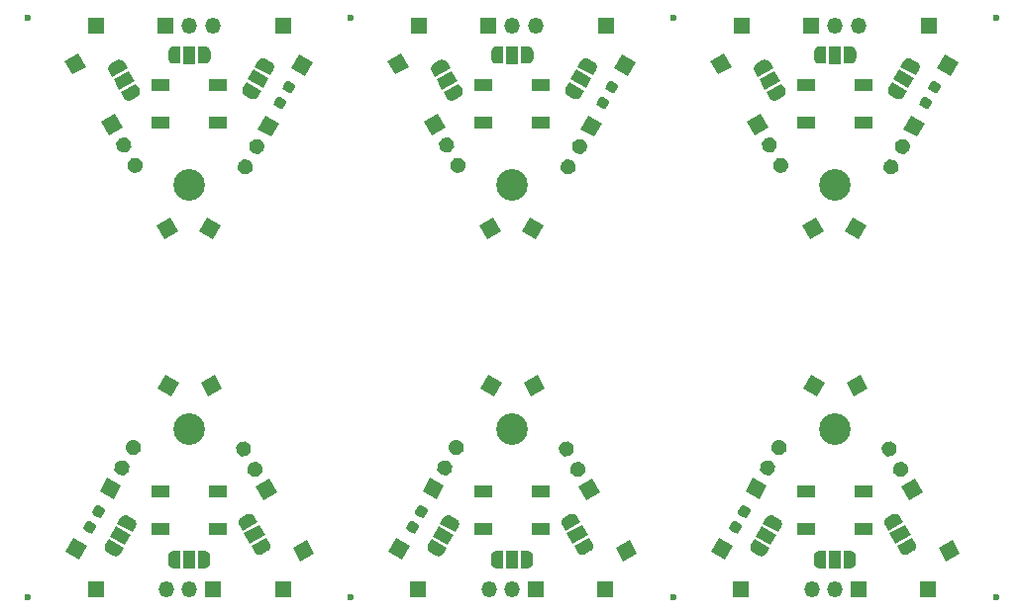
<source format=gts>
G04 #@! TF.GenerationSoftware,KiCad,Pcbnew,(5.1.12)-1*
G04 #@! TF.CreationDate,2023-06-20T10:26:49+09:00*
G04 #@! TF.ProjectId,LED_Sphere_3V-TypeC-Panelized,4c45445f-5370-4686-9572-655f33562d54,rev?*
G04 #@! TF.SameCoordinates,PX5a06e00PY8f0d180*
G04 #@! TF.FileFunction,Soldermask,Top*
G04 #@! TF.FilePolarity,Negative*
%FSLAX46Y46*%
G04 Gerber Fmt 4.6, Leading zero omitted, Abs format (unit mm)*
G04 Created by KiCad (PCBNEW (5.1.12)-1) date 2023-06-20 10:26:49*
%MOMM*%
%LPD*%
G01*
G04 APERTURE LIST*
%ADD10C,0.600000*%
%ADD11R,1.000000X1.500000*%
%ADD12C,0.100000*%
%ADD13O,1.350000X1.350000*%
%ADD14R,1.350000X1.350000*%
%ADD15C,2.700000*%
%ADD16R,1.500000X1.000000*%
G04 APERTURE END LIST*
D10*
X88100000Y21370000D03*
X60500000Y21370000D03*
X32900000Y21370000D03*
X5300000Y21370000D03*
X88100000Y70970000D03*
X60500000Y70970000D03*
X32900000Y70970000D03*
X5300000Y70970000D03*
D11*
X19114000Y67768000D03*
D12*
G36*
X17814000Y67018602D02*
G01*
X17789466Y67018602D01*
X17740635Y67023412D01*
X17692510Y67032984D01*
X17645555Y67047228D01*
X17600222Y67066005D01*
X17556949Y67089136D01*
X17516150Y67116396D01*
X17478221Y67147524D01*
X17443524Y67182221D01*
X17412396Y67220150D01*
X17385136Y67260949D01*
X17362005Y67304222D01*
X17343228Y67349555D01*
X17328984Y67396510D01*
X17319412Y67444635D01*
X17314602Y67493466D01*
X17314602Y67518000D01*
X17314000Y67518000D01*
X17314000Y68018000D01*
X17314602Y68018000D01*
X17314602Y68042534D01*
X17319412Y68091365D01*
X17328984Y68139490D01*
X17343228Y68186445D01*
X17362005Y68231778D01*
X17385136Y68275051D01*
X17412396Y68315850D01*
X17443524Y68353779D01*
X17478221Y68388476D01*
X17516150Y68419604D01*
X17556949Y68446864D01*
X17600222Y68469995D01*
X17645555Y68488772D01*
X17692510Y68503016D01*
X17740635Y68512588D01*
X17789466Y68517398D01*
X17814000Y68517398D01*
X17814000Y68518000D01*
X18364000Y68518000D01*
X18364000Y67018000D01*
X17814000Y67018000D01*
X17814000Y67018602D01*
G37*
G36*
X19864000Y68518000D02*
G01*
X20414000Y68518000D01*
X20414000Y68517398D01*
X20438534Y68517398D01*
X20487365Y68512588D01*
X20535490Y68503016D01*
X20582445Y68488772D01*
X20627778Y68469995D01*
X20671051Y68446864D01*
X20711850Y68419604D01*
X20749779Y68388476D01*
X20784476Y68353779D01*
X20815604Y68315850D01*
X20842864Y68275051D01*
X20865995Y68231778D01*
X20884772Y68186445D01*
X20899016Y68139490D01*
X20908588Y68091365D01*
X20913398Y68042534D01*
X20913398Y68018000D01*
X20914000Y68018000D01*
X20914000Y67518000D01*
X20913398Y67518000D01*
X20913398Y67493466D01*
X20908588Y67444635D01*
X20899016Y67396510D01*
X20884772Y67349555D01*
X20865995Y67304222D01*
X20842864Y67260949D01*
X20815604Y67220150D01*
X20784476Y67182221D01*
X20749779Y67147524D01*
X20711850Y67116396D01*
X20671051Y67089136D01*
X20627778Y67066005D01*
X20582445Y67047228D01*
X20535490Y67032984D01*
X20487365Y67023412D01*
X20438534Y67018602D01*
X20414000Y67018602D01*
X20414000Y67018000D01*
X19864000Y67018000D01*
X19864000Y68518000D01*
G37*
D11*
X46714000Y67768000D03*
D12*
G36*
X45414000Y67018602D02*
G01*
X45389466Y67018602D01*
X45340635Y67023412D01*
X45292510Y67032984D01*
X45245555Y67047228D01*
X45200222Y67066005D01*
X45156949Y67089136D01*
X45116150Y67116396D01*
X45078221Y67147524D01*
X45043524Y67182221D01*
X45012396Y67220150D01*
X44985136Y67260949D01*
X44962005Y67304222D01*
X44943228Y67349555D01*
X44928984Y67396510D01*
X44919412Y67444635D01*
X44914602Y67493466D01*
X44914602Y67518000D01*
X44914000Y67518000D01*
X44914000Y68018000D01*
X44914602Y68018000D01*
X44914602Y68042534D01*
X44919412Y68091365D01*
X44928984Y68139490D01*
X44943228Y68186445D01*
X44962005Y68231778D01*
X44985136Y68275051D01*
X45012396Y68315850D01*
X45043524Y68353779D01*
X45078221Y68388476D01*
X45116150Y68419604D01*
X45156949Y68446864D01*
X45200222Y68469995D01*
X45245555Y68488772D01*
X45292510Y68503016D01*
X45340635Y68512588D01*
X45389466Y68517398D01*
X45414000Y68517398D01*
X45414000Y68518000D01*
X45964000Y68518000D01*
X45964000Y67018000D01*
X45414000Y67018000D01*
X45414000Y67018602D01*
G37*
G36*
X47464000Y68518000D02*
G01*
X48014000Y68518000D01*
X48014000Y68517398D01*
X48038534Y68517398D01*
X48087365Y68512588D01*
X48135490Y68503016D01*
X48182445Y68488772D01*
X48227778Y68469995D01*
X48271051Y68446864D01*
X48311850Y68419604D01*
X48349779Y68388476D01*
X48384476Y68353779D01*
X48415604Y68315850D01*
X48442864Y68275051D01*
X48465995Y68231778D01*
X48484772Y68186445D01*
X48499016Y68139490D01*
X48508588Y68091365D01*
X48513398Y68042534D01*
X48513398Y68018000D01*
X48514000Y68018000D01*
X48514000Y67518000D01*
X48513398Y67518000D01*
X48513398Y67493466D01*
X48508588Y67444635D01*
X48499016Y67396510D01*
X48484772Y67349555D01*
X48465995Y67304222D01*
X48442864Y67260949D01*
X48415604Y67220150D01*
X48384476Y67182221D01*
X48349779Y67147524D01*
X48311850Y67116396D01*
X48271051Y67089136D01*
X48227778Y67066005D01*
X48182445Y67047228D01*
X48135490Y67032984D01*
X48087365Y67023412D01*
X48038534Y67018602D01*
X48014000Y67018602D01*
X48014000Y67018000D01*
X47464000Y67018000D01*
X47464000Y68518000D01*
G37*
D11*
X74314000Y67768000D03*
D12*
G36*
X73014000Y67018602D02*
G01*
X72989466Y67018602D01*
X72940635Y67023412D01*
X72892510Y67032984D01*
X72845555Y67047228D01*
X72800222Y67066005D01*
X72756949Y67089136D01*
X72716150Y67116396D01*
X72678221Y67147524D01*
X72643524Y67182221D01*
X72612396Y67220150D01*
X72585136Y67260949D01*
X72562005Y67304222D01*
X72543228Y67349555D01*
X72528984Y67396510D01*
X72519412Y67444635D01*
X72514602Y67493466D01*
X72514602Y67518000D01*
X72514000Y67518000D01*
X72514000Y68018000D01*
X72514602Y68018000D01*
X72514602Y68042534D01*
X72519412Y68091365D01*
X72528984Y68139490D01*
X72543228Y68186445D01*
X72562005Y68231778D01*
X72585136Y68275051D01*
X72612396Y68315850D01*
X72643524Y68353779D01*
X72678221Y68388476D01*
X72716150Y68419604D01*
X72756949Y68446864D01*
X72800222Y68469995D01*
X72845555Y68488772D01*
X72892510Y68503016D01*
X72940635Y68512588D01*
X72989466Y68517398D01*
X73014000Y68517398D01*
X73014000Y68518000D01*
X73564000Y68518000D01*
X73564000Y67018000D01*
X73014000Y67018000D01*
X73014000Y67018602D01*
G37*
G36*
X75064000Y68518000D02*
G01*
X75614000Y68518000D01*
X75614000Y68517398D01*
X75638534Y68517398D01*
X75687365Y68512588D01*
X75735490Y68503016D01*
X75782445Y68488772D01*
X75827778Y68469995D01*
X75871051Y68446864D01*
X75911850Y68419604D01*
X75949779Y68388476D01*
X75984476Y68353779D01*
X76015604Y68315850D01*
X76042864Y68275051D01*
X76065995Y68231778D01*
X76084772Y68186445D01*
X76099016Y68139490D01*
X76108588Y68091365D01*
X76113398Y68042534D01*
X76113398Y68018000D01*
X76114000Y68018000D01*
X76114000Y67518000D01*
X76113398Y67518000D01*
X76113398Y67493466D01*
X76108588Y67444635D01*
X76099016Y67396510D01*
X76084772Y67349555D01*
X76065995Y67304222D01*
X76042864Y67260949D01*
X76015604Y67220150D01*
X75984476Y67182221D01*
X75949779Y67147524D01*
X75911850Y67116396D01*
X75871051Y67089136D01*
X75827778Y67066005D01*
X75782445Y67047228D01*
X75735490Y67032984D01*
X75687365Y67023412D01*
X75638534Y67018602D01*
X75614000Y67018602D01*
X75614000Y67018000D01*
X75064000Y67018000D01*
X75064000Y68518000D01*
G37*
D11*
X74286000Y24572000D03*
D12*
G36*
X75586000Y25321398D02*
G01*
X75610534Y25321398D01*
X75659365Y25316588D01*
X75707490Y25307016D01*
X75754445Y25292772D01*
X75799778Y25273995D01*
X75843051Y25250864D01*
X75883850Y25223604D01*
X75921779Y25192476D01*
X75956476Y25157779D01*
X75987604Y25119850D01*
X76014864Y25079051D01*
X76037995Y25035778D01*
X76056772Y24990445D01*
X76071016Y24943490D01*
X76080588Y24895365D01*
X76085398Y24846534D01*
X76085398Y24822000D01*
X76086000Y24822000D01*
X76086000Y24322000D01*
X76085398Y24322000D01*
X76085398Y24297466D01*
X76080588Y24248635D01*
X76071016Y24200510D01*
X76056772Y24153555D01*
X76037995Y24108222D01*
X76014864Y24064949D01*
X75987604Y24024150D01*
X75956476Y23986221D01*
X75921779Y23951524D01*
X75883850Y23920396D01*
X75843051Y23893136D01*
X75799778Y23870005D01*
X75754445Y23851228D01*
X75707490Y23836984D01*
X75659365Y23827412D01*
X75610534Y23822602D01*
X75586000Y23822602D01*
X75586000Y23822000D01*
X75036000Y23822000D01*
X75036000Y25322000D01*
X75586000Y25322000D01*
X75586000Y25321398D01*
G37*
G36*
X73536000Y23822000D02*
G01*
X72986000Y23822000D01*
X72986000Y23822602D01*
X72961466Y23822602D01*
X72912635Y23827412D01*
X72864510Y23836984D01*
X72817555Y23851228D01*
X72772222Y23870005D01*
X72728949Y23893136D01*
X72688150Y23920396D01*
X72650221Y23951524D01*
X72615524Y23986221D01*
X72584396Y24024150D01*
X72557136Y24064949D01*
X72534005Y24108222D01*
X72515228Y24153555D01*
X72500984Y24200510D01*
X72491412Y24248635D01*
X72486602Y24297466D01*
X72486602Y24322000D01*
X72486000Y24322000D01*
X72486000Y24822000D01*
X72486602Y24822000D01*
X72486602Y24846534D01*
X72491412Y24895365D01*
X72500984Y24943490D01*
X72515228Y24990445D01*
X72534005Y25035778D01*
X72557136Y25079051D01*
X72584396Y25119850D01*
X72615524Y25157779D01*
X72650221Y25192476D01*
X72688150Y25223604D01*
X72728949Y25250864D01*
X72772222Y25273995D01*
X72817555Y25292772D01*
X72864510Y25307016D01*
X72912635Y25316588D01*
X72961466Y25321398D01*
X72986000Y25321398D01*
X72986000Y25322000D01*
X73536000Y25322000D01*
X73536000Y23822000D01*
G37*
D11*
X46686000Y24572000D03*
D12*
G36*
X47986000Y25321398D02*
G01*
X48010534Y25321398D01*
X48059365Y25316588D01*
X48107490Y25307016D01*
X48154445Y25292772D01*
X48199778Y25273995D01*
X48243051Y25250864D01*
X48283850Y25223604D01*
X48321779Y25192476D01*
X48356476Y25157779D01*
X48387604Y25119850D01*
X48414864Y25079051D01*
X48437995Y25035778D01*
X48456772Y24990445D01*
X48471016Y24943490D01*
X48480588Y24895365D01*
X48485398Y24846534D01*
X48485398Y24822000D01*
X48486000Y24822000D01*
X48486000Y24322000D01*
X48485398Y24322000D01*
X48485398Y24297466D01*
X48480588Y24248635D01*
X48471016Y24200510D01*
X48456772Y24153555D01*
X48437995Y24108222D01*
X48414864Y24064949D01*
X48387604Y24024150D01*
X48356476Y23986221D01*
X48321779Y23951524D01*
X48283850Y23920396D01*
X48243051Y23893136D01*
X48199778Y23870005D01*
X48154445Y23851228D01*
X48107490Y23836984D01*
X48059365Y23827412D01*
X48010534Y23822602D01*
X47986000Y23822602D01*
X47986000Y23822000D01*
X47436000Y23822000D01*
X47436000Y25322000D01*
X47986000Y25322000D01*
X47986000Y25321398D01*
G37*
G36*
X45936000Y23822000D02*
G01*
X45386000Y23822000D01*
X45386000Y23822602D01*
X45361466Y23822602D01*
X45312635Y23827412D01*
X45264510Y23836984D01*
X45217555Y23851228D01*
X45172222Y23870005D01*
X45128949Y23893136D01*
X45088150Y23920396D01*
X45050221Y23951524D01*
X45015524Y23986221D01*
X44984396Y24024150D01*
X44957136Y24064949D01*
X44934005Y24108222D01*
X44915228Y24153555D01*
X44900984Y24200510D01*
X44891412Y24248635D01*
X44886602Y24297466D01*
X44886602Y24322000D01*
X44886000Y24322000D01*
X44886000Y24822000D01*
X44886602Y24822000D01*
X44886602Y24846534D01*
X44891412Y24895365D01*
X44900984Y24943490D01*
X44915228Y24990445D01*
X44934005Y25035778D01*
X44957136Y25079051D01*
X44984396Y25119850D01*
X45015524Y25157779D01*
X45050221Y25192476D01*
X45088150Y25223604D01*
X45128949Y25250864D01*
X45172222Y25273995D01*
X45217555Y25292772D01*
X45264510Y25307016D01*
X45312635Y25316588D01*
X45361466Y25321398D01*
X45386000Y25321398D01*
X45386000Y25322000D01*
X45936000Y25322000D01*
X45936000Y23822000D01*
G37*
G36*
G01*
X23298823Y58514056D02*
X23298823Y58514056D01*
G75*
G02*
X24217803Y58772370I588647J-330333D01*
G01*
X24217803Y58772370D01*
G75*
G02*
X24476117Y57853390I-330333J-588647D01*
G01*
X24476117Y57853390D01*
G75*
G02*
X23557137Y57595076I-588647J330333D01*
G01*
X23557137Y57595076D01*
G75*
G02*
X23298823Y58514056I330333J588647D01*
G01*
G37*
G36*
G01*
X24277588Y60258194D02*
X24277588Y60258194D01*
G75*
G02*
X25196568Y60516508I588647J-330333D01*
G01*
X25196568Y60516508D01*
G75*
G02*
X25454882Y59597528I-330333J-588647D01*
G01*
X25454882Y59597528D01*
G75*
G02*
X24535902Y59339214I-588647J330333D01*
G01*
X24535902Y59339214D01*
G75*
G02*
X24277588Y60258194I330333J588647D01*
G01*
G37*
G36*
X24926020Y61413686D02*
G01*
X25586686Y62590980D01*
X26763980Y61930314D01*
X26103314Y60753020D01*
X24926020Y61413686D01*
G37*
G36*
G01*
X50898823Y58514056D02*
X50898823Y58514056D01*
G75*
G02*
X51817803Y58772370I588647J-330333D01*
G01*
X51817803Y58772370D01*
G75*
G02*
X52076117Y57853390I-330333J-588647D01*
G01*
X52076117Y57853390D01*
G75*
G02*
X51157137Y57595076I-588647J330333D01*
G01*
X51157137Y57595076D01*
G75*
G02*
X50898823Y58514056I330333J588647D01*
G01*
G37*
G36*
G01*
X51877588Y60258194D02*
X51877588Y60258194D01*
G75*
G02*
X52796568Y60516508I588647J-330333D01*
G01*
X52796568Y60516508D01*
G75*
G02*
X53054882Y59597528I-330333J-588647D01*
G01*
X53054882Y59597528D01*
G75*
G02*
X52135902Y59339214I-588647J330333D01*
G01*
X52135902Y59339214D01*
G75*
G02*
X51877588Y60258194I330333J588647D01*
G01*
G37*
G36*
X52526020Y61413686D02*
G01*
X53186686Y62590980D01*
X54363980Y61930314D01*
X53703314Y60753020D01*
X52526020Y61413686D01*
G37*
G36*
G01*
X78498823Y58514056D02*
X78498823Y58514056D01*
G75*
G02*
X79417803Y58772370I588647J-330333D01*
G01*
X79417803Y58772370D01*
G75*
G02*
X79676117Y57853390I-330333J-588647D01*
G01*
X79676117Y57853390D01*
G75*
G02*
X78757137Y57595076I-588647J330333D01*
G01*
X78757137Y57595076D01*
G75*
G02*
X78498823Y58514056I330333J588647D01*
G01*
G37*
G36*
G01*
X79477588Y60258194D02*
X79477588Y60258194D01*
G75*
G02*
X80396568Y60516508I588647J-330333D01*
G01*
X80396568Y60516508D01*
G75*
G02*
X80654882Y59597528I-330333J-588647D01*
G01*
X80654882Y59597528D01*
G75*
G02*
X79735902Y59339214I-588647J330333D01*
G01*
X79735902Y59339214D01*
G75*
G02*
X79477588Y60258194I330333J588647D01*
G01*
G37*
G36*
X80126020Y61413686D02*
G01*
X80786686Y62590980D01*
X81963980Y61930314D01*
X81303314Y60753020D01*
X80126020Y61413686D01*
G37*
G36*
G01*
X70101177Y33825944D02*
X70101177Y33825944D01*
G75*
G02*
X69182197Y33567630I-588647J330333D01*
G01*
X69182197Y33567630D01*
G75*
G02*
X68923883Y34486610I330333J588647D01*
G01*
X68923883Y34486610D01*
G75*
G02*
X69842863Y34744924I588647J-330333D01*
G01*
X69842863Y34744924D01*
G75*
G02*
X70101177Y33825944I-330333J-588647D01*
G01*
G37*
G36*
G01*
X69122412Y32081806D02*
X69122412Y32081806D01*
G75*
G02*
X68203432Y31823492I-588647J330333D01*
G01*
X68203432Y31823492D01*
G75*
G02*
X67945118Y32742472I330333J588647D01*
G01*
X67945118Y32742472D01*
G75*
G02*
X68864098Y33000786I588647J-330333D01*
G01*
X68864098Y33000786D01*
G75*
G02*
X69122412Y32081806I-330333J-588647D01*
G01*
G37*
G36*
X68473980Y30926314D02*
G01*
X67813314Y29749020D01*
X66636020Y30409686D01*
X67296686Y31586980D01*
X68473980Y30926314D01*
G37*
G36*
G01*
X42501177Y33825944D02*
X42501177Y33825944D01*
G75*
G02*
X41582197Y33567630I-588647J330333D01*
G01*
X41582197Y33567630D01*
G75*
G02*
X41323883Y34486610I330333J588647D01*
G01*
X41323883Y34486610D01*
G75*
G02*
X42242863Y34744924I588647J-330333D01*
G01*
X42242863Y34744924D01*
G75*
G02*
X42501177Y33825944I-330333J-588647D01*
G01*
G37*
G36*
G01*
X41522412Y32081806D02*
X41522412Y32081806D01*
G75*
G02*
X40603432Y31823492I-588647J330333D01*
G01*
X40603432Y31823492D01*
G75*
G02*
X40345118Y32742472I330333J588647D01*
G01*
X40345118Y32742472D01*
G75*
G02*
X41264098Y33000786I588647J-330333D01*
G01*
X41264098Y33000786D01*
G75*
G02*
X41522412Y32081806I-330333J-588647D01*
G01*
G37*
G36*
X40873980Y30926314D02*
G01*
X40213314Y29749020D01*
X39036020Y30409686D01*
X39696686Y31586980D01*
X40873980Y30926314D01*
G37*
G36*
X24576639Y66539071D02*
G01*
X25884743Y65804998D01*
X25395361Y64932929D01*
X24087257Y65667002D01*
X24576639Y66539071D01*
G37*
G36*
X25003330Y64235568D02*
G01*
X24991323Y64214172D01*
X24963232Y64173942D01*
X24931333Y64136658D01*
X24895932Y64102681D01*
X24857372Y64072337D01*
X24816023Y64045920D01*
X24772284Y64023681D01*
X24726577Y64005837D01*
X24679338Y63992559D01*
X24631028Y63983975D01*
X24582108Y63980169D01*
X24533051Y63981174D01*
X24484328Y63986985D01*
X24436410Y63997542D01*
X24389757Y64012746D01*
X24344819Y64032448D01*
X24323424Y64044455D01*
X24323129Y64043930D01*
X23887094Y64288621D01*
X23887389Y64289146D01*
X23865994Y64301152D01*
X23825764Y64329244D01*
X23788480Y64361143D01*
X23754502Y64396544D01*
X23724158Y64435104D01*
X23697741Y64476453D01*
X23675502Y64520192D01*
X23657659Y64565899D01*
X23644381Y64613138D01*
X23635797Y64661448D01*
X23631990Y64710368D01*
X23632996Y64759425D01*
X23638806Y64808147D01*
X23649363Y64856066D01*
X23664567Y64902719D01*
X23684270Y64947657D01*
X23696276Y64969052D01*
X23695751Y64969347D01*
X23964911Y65448985D01*
X25273015Y64714911D01*
X25003855Y64235273D01*
X25003330Y64235568D01*
G37*
G36*
X24698985Y66757089D02*
G01*
X24968145Y67236727D01*
X24968670Y67236432D01*
X24980677Y67257828D01*
X25008768Y67298058D01*
X25040667Y67335342D01*
X25076068Y67369319D01*
X25114628Y67399663D01*
X25155977Y67426080D01*
X25199716Y67448319D01*
X25245423Y67466163D01*
X25292662Y67479441D01*
X25340972Y67488025D01*
X25389892Y67491831D01*
X25438949Y67490826D01*
X25487672Y67485015D01*
X25535590Y67474458D01*
X25582243Y67459254D01*
X25627181Y67439552D01*
X25648576Y67427545D01*
X25648871Y67428070D01*
X26084906Y67183379D01*
X26084611Y67182854D01*
X26106006Y67170848D01*
X26146236Y67142756D01*
X26183520Y67110857D01*
X26217498Y67075456D01*
X26247842Y67036896D01*
X26274259Y66995547D01*
X26296498Y66951808D01*
X26314341Y66906101D01*
X26327619Y66858862D01*
X26336203Y66810552D01*
X26340010Y66761632D01*
X26339004Y66712575D01*
X26333194Y66663853D01*
X26322637Y66615934D01*
X26307433Y66569281D01*
X26287730Y66524343D01*
X26275724Y66502948D01*
X26276249Y66502653D01*
X26007089Y66023015D01*
X24698985Y66757089D01*
G37*
G36*
X52176639Y66539071D02*
G01*
X53484743Y65804998D01*
X52995361Y64932929D01*
X51687257Y65667002D01*
X52176639Y66539071D01*
G37*
G36*
X52603330Y64235568D02*
G01*
X52591323Y64214172D01*
X52563232Y64173942D01*
X52531333Y64136658D01*
X52495932Y64102681D01*
X52457372Y64072337D01*
X52416023Y64045920D01*
X52372284Y64023681D01*
X52326577Y64005837D01*
X52279338Y63992559D01*
X52231028Y63983975D01*
X52182108Y63980169D01*
X52133051Y63981174D01*
X52084328Y63986985D01*
X52036410Y63997542D01*
X51989757Y64012746D01*
X51944819Y64032448D01*
X51923424Y64044455D01*
X51923129Y64043930D01*
X51487094Y64288621D01*
X51487389Y64289146D01*
X51465994Y64301152D01*
X51425764Y64329244D01*
X51388480Y64361143D01*
X51354502Y64396544D01*
X51324158Y64435104D01*
X51297741Y64476453D01*
X51275502Y64520192D01*
X51257659Y64565899D01*
X51244381Y64613138D01*
X51235797Y64661448D01*
X51231990Y64710368D01*
X51232996Y64759425D01*
X51238806Y64808147D01*
X51249363Y64856066D01*
X51264567Y64902719D01*
X51284270Y64947657D01*
X51296276Y64969052D01*
X51295751Y64969347D01*
X51564911Y65448985D01*
X52873015Y64714911D01*
X52603855Y64235273D01*
X52603330Y64235568D01*
G37*
G36*
X52298985Y66757089D02*
G01*
X52568145Y67236727D01*
X52568670Y67236432D01*
X52580677Y67257828D01*
X52608768Y67298058D01*
X52640667Y67335342D01*
X52676068Y67369319D01*
X52714628Y67399663D01*
X52755977Y67426080D01*
X52799716Y67448319D01*
X52845423Y67466163D01*
X52892662Y67479441D01*
X52940972Y67488025D01*
X52989892Y67491831D01*
X53038949Y67490826D01*
X53087672Y67485015D01*
X53135590Y67474458D01*
X53182243Y67459254D01*
X53227181Y67439552D01*
X53248576Y67427545D01*
X53248871Y67428070D01*
X53684906Y67183379D01*
X53684611Y67182854D01*
X53706006Y67170848D01*
X53746236Y67142756D01*
X53783520Y67110857D01*
X53817498Y67075456D01*
X53847842Y67036896D01*
X53874259Y66995547D01*
X53896498Y66951808D01*
X53914341Y66906101D01*
X53927619Y66858862D01*
X53936203Y66810552D01*
X53940010Y66761632D01*
X53939004Y66712575D01*
X53933194Y66663853D01*
X53922637Y66615934D01*
X53907433Y66569281D01*
X53887730Y66524343D01*
X53875724Y66502948D01*
X53876249Y66502653D01*
X53607089Y66023015D01*
X52298985Y66757089D01*
G37*
G36*
X79776639Y66539071D02*
G01*
X81084743Y65804998D01*
X80595361Y64932929D01*
X79287257Y65667002D01*
X79776639Y66539071D01*
G37*
G36*
X80203330Y64235568D02*
G01*
X80191323Y64214172D01*
X80163232Y64173942D01*
X80131333Y64136658D01*
X80095932Y64102681D01*
X80057372Y64072337D01*
X80016023Y64045920D01*
X79972284Y64023681D01*
X79926577Y64005837D01*
X79879338Y63992559D01*
X79831028Y63983975D01*
X79782108Y63980169D01*
X79733051Y63981174D01*
X79684328Y63986985D01*
X79636410Y63997542D01*
X79589757Y64012746D01*
X79544819Y64032448D01*
X79523424Y64044455D01*
X79523129Y64043930D01*
X79087094Y64288621D01*
X79087389Y64289146D01*
X79065994Y64301152D01*
X79025764Y64329244D01*
X78988480Y64361143D01*
X78954502Y64396544D01*
X78924158Y64435104D01*
X78897741Y64476453D01*
X78875502Y64520192D01*
X78857659Y64565899D01*
X78844381Y64613138D01*
X78835797Y64661448D01*
X78831990Y64710368D01*
X78832996Y64759425D01*
X78838806Y64808147D01*
X78849363Y64856066D01*
X78864567Y64902719D01*
X78884270Y64947657D01*
X78896276Y64969052D01*
X78895751Y64969347D01*
X79164911Y65448985D01*
X80473015Y64714911D01*
X80203855Y64235273D01*
X80203330Y64235568D01*
G37*
G36*
X79898985Y66757089D02*
G01*
X80168145Y67236727D01*
X80168670Y67236432D01*
X80180677Y67257828D01*
X80208768Y67298058D01*
X80240667Y67335342D01*
X80276068Y67369319D01*
X80314628Y67399663D01*
X80355977Y67426080D01*
X80399716Y67448319D01*
X80445423Y67466163D01*
X80492662Y67479441D01*
X80540972Y67488025D01*
X80589892Y67491831D01*
X80638949Y67490826D01*
X80687672Y67485015D01*
X80735590Y67474458D01*
X80782243Y67459254D01*
X80827181Y67439552D01*
X80848576Y67427545D01*
X80848871Y67428070D01*
X81284906Y67183379D01*
X81284611Y67182854D01*
X81306006Y67170848D01*
X81346236Y67142756D01*
X81383520Y67110857D01*
X81417498Y67075456D01*
X81447842Y67036896D01*
X81474259Y66995547D01*
X81496498Y66951808D01*
X81514341Y66906101D01*
X81527619Y66858862D01*
X81536203Y66810552D01*
X81540010Y66761632D01*
X81539004Y66712575D01*
X81533194Y66663853D01*
X81522637Y66615934D01*
X81507433Y66569281D01*
X81487730Y66524343D01*
X81475724Y66502948D01*
X81476249Y66502653D01*
X81207089Y66023015D01*
X79898985Y66757089D01*
G37*
G36*
X68823361Y25800929D02*
G01*
X67515257Y26535002D01*
X68004639Y27407071D01*
X69312743Y26672998D01*
X68823361Y25800929D01*
G37*
G36*
X68396670Y28104432D02*
G01*
X68408677Y28125828D01*
X68436768Y28166058D01*
X68468667Y28203342D01*
X68504068Y28237319D01*
X68542628Y28267663D01*
X68583977Y28294080D01*
X68627716Y28316319D01*
X68673423Y28334163D01*
X68720662Y28347441D01*
X68768972Y28356025D01*
X68817892Y28359831D01*
X68866949Y28358826D01*
X68915672Y28353015D01*
X68963590Y28342458D01*
X69010243Y28327254D01*
X69055181Y28307552D01*
X69076576Y28295545D01*
X69076871Y28296070D01*
X69512906Y28051379D01*
X69512611Y28050854D01*
X69534006Y28038848D01*
X69574236Y28010756D01*
X69611520Y27978857D01*
X69645498Y27943456D01*
X69675842Y27904896D01*
X69702259Y27863547D01*
X69724498Y27819808D01*
X69742341Y27774101D01*
X69755619Y27726862D01*
X69764203Y27678552D01*
X69768010Y27629632D01*
X69767004Y27580575D01*
X69761194Y27531853D01*
X69750637Y27483934D01*
X69735433Y27437281D01*
X69715730Y27392343D01*
X69703724Y27370948D01*
X69704249Y27370653D01*
X69435089Y26891015D01*
X68126985Y27625089D01*
X68396145Y28104727D01*
X68396670Y28104432D01*
G37*
G36*
X68701015Y25582911D02*
G01*
X68431855Y25103273D01*
X68431330Y25103568D01*
X68419323Y25082172D01*
X68391232Y25041942D01*
X68359333Y25004658D01*
X68323932Y24970681D01*
X68285372Y24940337D01*
X68244023Y24913920D01*
X68200284Y24891681D01*
X68154577Y24873837D01*
X68107338Y24860559D01*
X68059028Y24851975D01*
X68010108Y24848169D01*
X67961051Y24849174D01*
X67912328Y24854985D01*
X67864410Y24865542D01*
X67817757Y24880746D01*
X67772819Y24900448D01*
X67751424Y24912455D01*
X67751129Y24911930D01*
X67315094Y25156621D01*
X67315389Y25157146D01*
X67293994Y25169152D01*
X67253764Y25197244D01*
X67216480Y25229143D01*
X67182502Y25264544D01*
X67152158Y25303104D01*
X67125741Y25344453D01*
X67103502Y25388192D01*
X67085659Y25433899D01*
X67072381Y25481138D01*
X67063797Y25529448D01*
X67059990Y25578368D01*
X67060996Y25627425D01*
X67066806Y25676147D01*
X67077363Y25724066D01*
X67092567Y25770719D01*
X67112270Y25815657D01*
X67124276Y25837052D01*
X67123751Y25837347D01*
X67392911Y26316985D01*
X68701015Y25582911D01*
G37*
G36*
X41223361Y25800929D02*
G01*
X39915257Y26535002D01*
X40404639Y27407071D01*
X41712743Y26672998D01*
X41223361Y25800929D01*
G37*
G36*
X40796670Y28104432D02*
G01*
X40808677Y28125828D01*
X40836768Y28166058D01*
X40868667Y28203342D01*
X40904068Y28237319D01*
X40942628Y28267663D01*
X40983977Y28294080D01*
X41027716Y28316319D01*
X41073423Y28334163D01*
X41120662Y28347441D01*
X41168972Y28356025D01*
X41217892Y28359831D01*
X41266949Y28358826D01*
X41315672Y28353015D01*
X41363590Y28342458D01*
X41410243Y28327254D01*
X41455181Y28307552D01*
X41476576Y28295545D01*
X41476871Y28296070D01*
X41912906Y28051379D01*
X41912611Y28050854D01*
X41934006Y28038848D01*
X41974236Y28010756D01*
X42011520Y27978857D01*
X42045498Y27943456D01*
X42075842Y27904896D01*
X42102259Y27863547D01*
X42124498Y27819808D01*
X42142341Y27774101D01*
X42155619Y27726862D01*
X42164203Y27678552D01*
X42168010Y27629632D01*
X42167004Y27580575D01*
X42161194Y27531853D01*
X42150637Y27483934D01*
X42135433Y27437281D01*
X42115730Y27392343D01*
X42103724Y27370948D01*
X42104249Y27370653D01*
X41835089Y26891015D01*
X40526985Y27625089D01*
X40796145Y28104727D01*
X40796670Y28104432D01*
G37*
G36*
X41101015Y25582911D02*
G01*
X40831855Y25103273D01*
X40831330Y25103568D01*
X40819323Y25082172D01*
X40791232Y25041942D01*
X40759333Y25004658D01*
X40723932Y24970681D01*
X40685372Y24940337D01*
X40644023Y24913920D01*
X40600284Y24891681D01*
X40554577Y24873837D01*
X40507338Y24860559D01*
X40459028Y24851975D01*
X40410108Y24848169D01*
X40361051Y24849174D01*
X40312328Y24854985D01*
X40264410Y24865542D01*
X40217757Y24880746D01*
X40172819Y24900448D01*
X40151424Y24912455D01*
X40151129Y24911930D01*
X39715094Y25156621D01*
X39715389Y25157146D01*
X39693994Y25169152D01*
X39653764Y25197244D01*
X39616480Y25229143D01*
X39582502Y25264544D01*
X39552158Y25303104D01*
X39525741Y25344453D01*
X39503502Y25388192D01*
X39485659Y25433899D01*
X39472381Y25481138D01*
X39463797Y25529448D01*
X39459990Y25578368D01*
X39460996Y25627425D01*
X39466806Y25676147D01*
X39477363Y25724066D01*
X39492567Y25770719D01*
X39512270Y25815657D01*
X39524276Y25837052D01*
X39523751Y25837347D01*
X39792911Y26316985D01*
X41101015Y25582911D01*
G37*
G36*
G01*
X27619066Y64500077D02*
X27183032Y64744768D01*
G75*
G02*
X27096927Y65051095I110111J196216D01*
G01*
X27317149Y65443526D01*
G75*
G02*
X27623476Y65529631I196216J-110111D01*
G01*
X28059510Y65284940D01*
G75*
G02*
X28145615Y64978613I-110111J-196216D01*
G01*
X27925393Y64586182D01*
G75*
G02*
X27619066Y64500077I-196216J110111D01*
G01*
G37*
G36*
G01*
X26860524Y63148369D02*
X26424490Y63393060D01*
G75*
G02*
X26338385Y63699387I110111J196216D01*
G01*
X26558607Y64091818D01*
G75*
G02*
X26864934Y64177923I196216J-110111D01*
G01*
X27300968Y63933232D01*
G75*
G02*
X27387073Y63626905I-110111J-196216D01*
G01*
X27166851Y63234474D01*
G75*
G02*
X26860524Y63148369I-196216J110111D01*
G01*
G37*
G36*
G01*
X55219066Y64500077D02*
X54783032Y64744768D01*
G75*
G02*
X54696927Y65051095I110111J196216D01*
G01*
X54917149Y65443526D01*
G75*
G02*
X55223476Y65529631I196216J-110111D01*
G01*
X55659510Y65284940D01*
G75*
G02*
X55745615Y64978613I-110111J-196216D01*
G01*
X55525393Y64586182D01*
G75*
G02*
X55219066Y64500077I-196216J110111D01*
G01*
G37*
G36*
G01*
X54460524Y63148369D02*
X54024490Y63393060D01*
G75*
G02*
X53938385Y63699387I110111J196216D01*
G01*
X54158607Y64091818D01*
G75*
G02*
X54464934Y64177923I196216J-110111D01*
G01*
X54900968Y63933232D01*
G75*
G02*
X54987073Y63626905I-110111J-196216D01*
G01*
X54766851Y63234474D01*
G75*
G02*
X54460524Y63148369I-196216J110111D01*
G01*
G37*
G36*
G01*
X82819066Y64500077D02*
X82383032Y64744768D01*
G75*
G02*
X82296927Y65051095I110111J196216D01*
G01*
X82517149Y65443526D01*
G75*
G02*
X82823476Y65529631I196216J-110111D01*
G01*
X83259510Y65284940D01*
G75*
G02*
X83345615Y64978613I-110111J-196216D01*
G01*
X83125393Y64586182D01*
G75*
G02*
X82819066Y64500077I-196216J110111D01*
G01*
G37*
G36*
G01*
X82060524Y63148369D02*
X81624490Y63393060D01*
G75*
G02*
X81538385Y63699387I110111J196216D01*
G01*
X81758607Y64091818D01*
G75*
G02*
X82064934Y64177923I196216J-110111D01*
G01*
X82500968Y63933232D01*
G75*
G02*
X82587073Y63626905I-110111J-196216D01*
G01*
X82366851Y63234474D01*
G75*
G02*
X82060524Y63148369I-196216J110111D01*
G01*
G37*
G36*
G01*
X65780934Y27839923D02*
X66216968Y27595232D01*
G75*
G02*
X66303073Y27288905I-110111J-196216D01*
G01*
X66082851Y26896474D01*
G75*
G02*
X65776524Y26810369I-196216J110111D01*
G01*
X65340490Y27055060D01*
G75*
G02*
X65254385Y27361387I110111J196216D01*
G01*
X65474607Y27753818D01*
G75*
G02*
X65780934Y27839923I196216J-110111D01*
G01*
G37*
G36*
G01*
X66539476Y29191631D02*
X66975510Y28946940D01*
G75*
G02*
X67061615Y28640613I-110111J-196216D01*
G01*
X66841393Y28248182D01*
G75*
G02*
X66535066Y28162077I-196216J110111D01*
G01*
X66099032Y28406768D01*
G75*
G02*
X66012927Y28713095I110111J196216D01*
G01*
X66233149Y29105526D01*
G75*
G02*
X66539476Y29191631I196216J-110111D01*
G01*
G37*
G36*
G01*
X38180934Y27839923D02*
X38616968Y27595232D01*
G75*
G02*
X38703073Y27288905I-110111J-196216D01*
G01*
X38482851Y26896474D01*
G75*
G02*
X38176524Y26810369I-196216J110111D01*
G01*
X37740490Y27055060D01*
G75*
G02*
X37654385Y27361387I110111J196216D01*
G01*
X37874607Y27753818D01*
G75*
G02*
X38180934Y27839923I196216J-110111D01*
G01*
G37*
G36*
G01*
X38939476Y29191631D02*
X39375510Y28946940D01*
G75*
G02*
X39461615Y28640613I-110111J-196216D01*
G01*
X39241393Y28248182D01*
G75*
G02*
X38935066Y28162077I-196216J110111D01*
G01*
X38499032Y28406768D01*
G75*
G02*
X38412927Y28713095I110111J196216D01*
G01*
X38633149Y29105526D01*
G75*
G02*
X38939476Y29191631I196216J-110111D01*
G01*
G37*
G36*
X10253980Y66747686D02*
G01*
X9076686Y66087020D01*
X8416020Y67264314D01*
X9593314Y67924980D01*
X10253980Y66747686D01*
G37*
G36*
X37853980Y66747686D02*
G01*
X36676686Y66087020D01*
X36016020Y67264314D01*
X37193314Y67924980D01*
X37853980Y66747686D01*
G37*
G36*
X65453980Y66747686D02*
G01*
X64276686Y66087020D01*
X63616020Y67264314D01*
X64793314Y67924980D01*
X65453980Y66747686D01*
G37*
G36*
X83146020Y25592314D02*
G01*
X84323314Y26252980D01*
X84983980Y25075686D01*
X83806686Y24415020D01*
X83146020Y25592314D01*
G37*
G36*
X55546020Y25592314D02*
G01*
X56723314Y26252980D01*
X57383980Y25075686D01*
X56206686Y24415020D01*
X55546020Y25592314D01*
G37*
G36*
X29024314Y65960020D02*
G01*
X27847020Y66620686D01*
X28507686Y67797980D01*
X29684980Y67137314D01*
X29024314Y65960020D01*
G37*
G36*
X56624314Y65960020D02*
G01*
X55447020Y66620686D01*
X56107686Y67797980D01*
X57284980Y67137314D01*
X56624314Y65960020D01*
G37*
G36*
X84224314Y65960020D02*
G01*
X83047020Y66620686D01*
X83707686Y67797980D01*
X84884980Y67137314D01*
X84224314Y65960020D01*
G37*
G36*
X64375686Y26379980D02*
G01*
X65552980Y25719314D01*
X64892314Y24542020D01*
X63715020Y25202686D01*
X64375686Y26379980D01*
G37*
G36*
X36775686Y26379980D02*
G01*
X37952980Y25719314D01*
X37292314Y24542020D01*
X36115020Y25202686D01*
X36775686Y26379980D01*
G37*
D13*
X21082000Y70308000D03*
X19082000Y70308000D03*
D14*
X17082000Y70308000D03*
D13*
X48682000Y70308000D03*
X46682000Y70308000D03*
D14*
X44682000Y70308000D03*
D13*
X76282000Y70308000D03*
X74282000Y70308000D03*
D14*
X72282000Y70308000D03*
D13*
X72318000Y22032000D03*
X74318000Y22032000D03*
D14*
X76318000Y22032000D03*
D13*
X44718000Y22032000D03*
X46718000Y22032000D03*
D14*
X48718000Y22032000D03*
D12*
G36*
X21150314Y51990020D02*
G01*
X19973020Y52650686D01*
X20633686Y53827980D01*
X21810980Y53167314D01*
X21150314Y51990020D01*
G37*
G36*
X48750314Y51990020D02*
G01*
X47573020Y52650686D01*
X48233686Y53827980D01*
X49410980Y53167314D01*
X48750314Y51990020D01*
G37*
G36*
X76350314Y51990020D02*
G01*
X75173020Y52650686D01*
X75833686Y53827980D01*
X77010980Y53167314D01*
X76350314Y51990020D01*
G37*
G36*
X72249686Y40349980D02*
G01*
X73426980Y39689314D01*
X72766314Y38512020D01*
X71589020Y39172686D01*
X72249686Y40349980D01*
G37*
G36*
X44649686Y40349980D02*
G01*
X45826980Y39689314D01*
X45166314Y38512020D01*
X43989020Y39172686D01*
X44649686Y40349980D01*
G37*
G36*
X18127980Y52650686D02*
G01*
X16950686Y51990020D01*
X16290020Y53167314D01*
X17467314Y53827980D01*
X18127980Y52650686D01*
G37*
G36*
X45727980Y52650686D02*
G01*
X44550686Y51990020D01*
X43890020Y53167314D01*
X45067314Y53827980D01*
X45727980Y52650686D01*
G37*
G36*
X73327980Y52650686D02*
G01*
X72150686Y51990020D01*
X71490020Y53167314D01*
X72667314Y53827980D01*
X73327980Y52650686D01*
G37*
G36*
X75272020Y39689314D02*
G01*
X76449314Y40349980D01*
X77109980Y39172686D01*
X75932686Y38512020D01*
X75272020Y39689314D01*
G37*
G36*
X47672020Y39689314D02*
G01*
X48849314Y40349980D01*
X49509980Y39172686D01*
X48332686Y38512020D01*
X47672020Y39689314D01*
G37*
D14*
X11113000Y70308000D03*
X38713000Y70308000D03*
X66313000Y70308000D03*
X82287000Y22032000D03*
X54687000Y22032000D03*
D15*
X19100000Y56620000D03*
X46700000Y56620000D03*
X74300000Y56620000D03*
X74300000Y35720000D03*
X46700000Y35720000D03*
D14*
X27115000Y70308000D03*
X54715000Y70308000D03*
X82315000Y70308000D03*
X66285000Y22032000D03*
X38685000Y22032000D03*
D16*
X21564000Y61977000D03*
X21564000Y65177000D03*
X16664000Y61977000D03*
X16664000Y65177000D03*
X49164000Y61977000D03*
X49164000Y65177000D03*
X44264000Y61977000D03*
X44264000Y65177000D03*
X76764000Y61977000D03*
X76764000Y65177000D03*
X71864000Y61977000D03*
X71864000Y65177000D03*
X71836000Y30363000D03*
X71836000Y27163000D03*
X76736000Y30363000D03*
X76736000Y27163000D03*
X44236000Y30363000D03*
X44236000Y27163000D03*
X49136000Y30363000D03*
X49136000Y27163000D03*
D12*
G36*
X14547089Y65321985D02*
G01*
X14816249Y64842347D01*
X14815724Y64842052D01*
X14827730Y64820657D01*
X14847433Y64775719D01*
X14862637Y64729066D01*
X14873194Y64681147D01*
X14879004Y64632425D01*
X14880010Y64583368D01*
X14876203Y64534448D01*
X14867619Y64486138D01*
X14854341Y64438899D01*
X14836498Y64393192D01*
X14814259Y64349453D01*
X14787842Y64308104D01*
X14757498Y64269544D01*
X14723520Y64234143D01*
X14686236Y64202244D01*
X14646006Y64174152D01*
X14624611Y64162146D01*
X14624906Y64161621D01*
X14188871Y63916930D01*
X14188576Y63917455D01*
X14167181Y63905448D01*
X14122243Y63885746D01*
X14075590Y63870542D01*
X14027672Y63859985D01*
X13978949Y63854174D01*
X13929892Y63853169D01*
X13880972Y63856975D01*
X13832662Y63865559D01*
X13785423Y63878837D01*
X13739716Y63896681D01*
X13695977Y63918920D01*
X13654628Y63945337D01*
X13616068Y63975681D01*
X13580667Y64009658D01*
X13548768Y64046942D01*
X13520677Y64087172D01*
X13508670Y64108568D01*
X13508145Y64108273D01*
X13238985Y64587911D01*
X14547089Y65321985D01*
G37*
G36*
X12236276Y66375948D02*
G01*
X12224270Y66397343D01*
X12204567Y66442281D01*
X12189363Y66488934D01*
X12178806Y66536853D01*
X12172996Y66585575D01*
X12171990Y66634632D01*
X12175797Y66683552D01*
X12184381Y66731862D01*
X12197659Y66779101D01*
X12215502Y66824808D01*
X12237741Y66868547D01*
X12264158Y66909896D01*
X12294502Y66948456D01*
X12328480Y66983857D01*
X12365764Y67015756D01*
X12405994Y67043848D01*
X12427389Y67055854D01*
X12427094Y67056379D01*
X12863129Y67301070D01*
X12863424Y67300545D01*
X12884819Y67312552D01*
X12929757Y67332254D01*
X12976410Y67347458D01*
X13024328Y67358015D01*
X13073051Y67363826D01*
X13122108Y67364831D01*
X13171028Y67361025D01*
X13219338Y67352441D01*
X13266577Y67339163D01*
X13312284Y67321319D01*
X13356023Y67299080D01*
X13397372Y67272663D01*
X13435932Y67242319D01*
X13471333Y67208342D01*
X13503232Y67171058D01*
X13531323Y67130828D01*
X13543330Y67109432D01*
X13543855Y67109727D01*
X13813015Y66630089D01*
X12504911Y65896015D01*
X12235751Y66375653D01*
X12236276Y66375948D01*
G37*
G36*
X14424743Y65540002D02*
G01*
X13116639Y64805929D01*
X12627257Y65677998D01*
X13935361Y66412071D01*
X14424743Y65540002D01*
G37*
G36*
X42147089Y65321985D02*
G01*
X42416249Y64842347D01*
X42415724Y64842052D01*
X42427730Y64820657D01*
X42447433Y64775719D01*
X42462637Y64729066D01*
X42473194Y64681147D01*
X42479004Y64632425D01*
X42480010Y64583368D01*
X42476203Y64534448D01*
X42467619Y64486138D01*
X42454341Y64438899D01*
X42436498Y64393192D01*
X42414259Y64349453D01*
X42387842Y64308104D01*
X42357498Y64269544D01*
X42323520Y64234143D01*
X42286236Y64202244D01*
X42246006Y64174152D01*
X42224611Y64162146D01*
X42224906Y64161621D01*
X41788871Y63916930D01*
X41788576Y63917455D01*
X41767181Y63905448D01*
X41722243Y63885746D01*
X41675590Y63870542D01*
X41627672Y63859985D01*
X41578949Y63854174D01*
X41529892Y63853169D01*
X41480972Y63856975D01*
X41432662Y63865559D01*
X41385423Y63878837D01*
X41339716Y63896681D01*
X41295977Y63918920D01*
X41254628Y63945337D01*
X41216068Y63975681D01*
X41180667Y64009658D01*
X41148768Y64046942D01*
X41120677Y64087172D01*
X41108670Y64108568D01*
X41108145Y64108273D01*
X40838985Y64587911D01*
X42147089Y65321985D01*
G37*
G36*
X39836276Y66375948D02*
G01*
X39824270Y66397343D01*
X39804567Y66442281D01*
X39789363Y66488934D01*
X39778806Y66536853D01*
X39772996Y66585575D01*
X39771990Y66634632D01*
X39775797Y66683552D01*
X39784381Y66731862D01*
X39797659Y66779101D01*
X39815502Y66824808D01*
X39837741Y66868547D01*
X39864158Y66909896D01*
X39894502Y66948456D01*
X39928480Y66983857D01*
X39965764Y67015756D01*
X40005994Y67043848D01*
X40027389Y67055854D01*
X40027094Y67056379D01*
X40463129Y67301070D01*
X40463424Y67300545D01*
X40484819Y67312552D01*
X40529757Y67332254D01*
X40576410Y67347458D01*
X40624328Y67358015D01*
X40673051Y67363826D01*
X40722108Y67364831D01*
X40771028Y67361025D01*
X40819338Y67352441D01*
X40866577Y67339163D01*
X40912284Y67321319D01*
X40956023Y67299080D01*
X40997372Y67272663D01*
X41035932Y67242319D01*
X41071333Y67208342D01*
X41103232Y67171058D01*
X41131323Y67130828D01*
X41143330Y67109432D01*
X41143855Y67109727D01*
X41413015Y66630089D01*
X40104911Y65896015D01*
X39835751Y66375653D01*
X39836276Y66375948D01*
G37*
G36*
X42024743Y65540002D02*
G01*
X40716639Y64805929D01*
X40227257Y65677998D01*
X41535361Y66412071D01*
X42024743Y65540002D01*
G37*
G36*
X69747089Y65321985D02*
G01*
X70016249Y64842347D01*
X70015724Y64842052D01*
X70027730Y64820657D01*
X70047433Y64775719D01*
X70062637Y64729066D01*
X70073194Y64681147D01*
X70079004Y64632425D01*
X70080010Y64583368D01*
X70076203Y64534448D01*
X70067619Y64486138D01*
X70054341Y64438899D01*
X70036498Y64393192D01*
X70014259Y64349453D01*
X69987842Y64308104D01*
X69957498Y64269544D01*
X69923520Y64234143D01*
X69886236Y64202244D01*
X69846006Y64174152D01*
X69824611Y64162146D01*
X69824906Y64161621D01*
X69388871Y63916930D01*
X69388576Y63917455D01*
X69367181Y63905448D01*
X69322243Y63885746D01*
X69275590Y63870542D01*
X69227672Y63859985D01*
X69178949Y63854174D01*
X69129892Y63853169D01*
X69080972Y63856975D01*
X69032662Y63865559D01*
X68985423Y63878837D01*
X68939716Y63896681D01*
X68895977Y63918920D01*
X68854628Y63945337D01*
X68816068Y63975681D01*
X68780667Y64009658D01*
X68748768Y64046942D01*
X68720677Y64087172D01*
X68708670Y64108568D01*
X68708145Y64108273D01*
X68438985Y64587911D01*
X69747089Y65321985D01*
G37*
G36*
X67436276Y66375948D02*
G01*
X67424270Y66397343D01*
X67404567Y66442281D01*
X67389363Y66488934D01*
X67378806Y66536853D01*
X67372996Y66585575D01*
X67371990Y66634632D01*
X67375797Y66683552D01*
X67384381Y66731862D01*
X67397659Y66779101D01*
X67415502Y66824808D01*
X67437741Y66868547D01*
X67464158Y66909896D01*
X67494502Y66948456D01*
X67528480Y66983857D01*
X67565764Y67015756D01*
X67605994Y67043848D01*
X67627389Y67055854D01*
X67627094Y67056379D01*
X68063129Y67301070D01*
X68063424Y67300545D01*
X68084819Y67312552D01*
X68129757Y67332254D01*
X68176410Y67347458D01*
X68224328Y67358015D01*
X68273051Y67363826D01*
X68322108Y67364831D01*
X68371028Y67361025D01*
X68419338Y67352441D01*
X68466577Y67339163D01*
X68512284Y67321319D01*
X68556023Y67299080D01*
X68597372Y67272663D01*
X68635932Y67242319D01*
X68671333Y67208342D01*
X68703232Y67171058D01*
X68731323Y67130828D01*
X68743330Y67109432D01*
X68743855Y67109727D01*
X69013015Y66630089D01*
X67704911Y65896015D01*
X67435751Y66375653D01*
X67436276Y66375948D01*
G37*
G36*
X69624743Y65540002D02*
G01*
X68316639Y64805929D01*
X67827257Y65677998D01*
X69135361Y66412071D01*
X69624743Y65540002D01*
G37*
G36*
X78852911Y27018015D02*
G01*
X78583751Y27497653D01*
X78584276Y27497948D01*
X78572270Y27519343D01*
X78552567Y27564281D01*
X78537363Y27610934D01*
X78526806Y27658853D01*
X78520996Y27707575D01*
X78519990Y27756632D01*
X78523797Y27805552D01*
X78532381Y27853862D01*
X78545659Y27901101D01*
X78563502Y27946808D01*
X78585741Y27990547D01*
X78612158Y28031896D01*
X78642502Y28070456D01*
X78676480Y28105857D01*
X78713764Y28137756D01*
X78753994Y28165848D01*
X78775389Y28177854D01*
X78775094Y28178379D01*
X79211129Y28423070D01*
X79211424Y28422545D01*
X79232819Y28434552D01*
X79277757Y28454254D01*
X79324410Y28469458D01*
X79372328Y28480015D01*
X79421051Y28485826D01*
X79470108Y28486831D01*
X79519028Y28483025D01*
X79567338Y28474441D01*
X79614577Y28461163D01*
X79660284Y28443319D01*
X79704023Y28421080D01*
X79745372Y28394663D01*
X79783932Y28364319D01*
X79819333Y28330342D01*
X79851232Y28293058D01*
X79879323Y28252828D01*
X79891330Y28231432D01*
X79891855Y28231727D01*
X80161015Y27752089D01*
X78852911Y27018015D01*
G37*
G36*
X81163724Y25964052D02*
G01*
X81175730Y25942657D01*
X81195433Y25897719D01*
X81210637Y25851066D01*
X81221194Y25803147D01*
X81227004Y25754425D01*
X81228010Y25705368D01*
X81224203Y25656448D01*
X81215619Y25608138D01*
X81202341Y25560899D01*
X81184498Y25515192D01*
X81162259Y25471453D01*
X81135842Y25430104D01*
X81105498Y25391544D01*
X81071520Y25356143D01*
X81034236Y25324244D01*
X80994006Y25296152D01*
X80972611Y25284146D01*
X80972906Y25283621D01*
X80536871Y25038930D01*
X80536576Y25039455D01*
X80515181Y25027448D01*
X80470243Y25007746D01*
X80423590Y24992542D01*
X80375672Y24981985D01*
X80326949Y24976174D01*
X80277892Y24975169D01*
X80228972Y24978975D01*
X80180662Y24987559D01*
X80133423Y25000837D01*
X80087716Y25018681D01*
X80043977Y25040920D01*
X80002628Y25067337D01*
X79964068Y25097681D01*
X79928667Y25131658D01*
X79896768Y25168942D01*
X79868677Y25209172D01*
X79856670Y25230568D01*
X79856145Y25230273D01*
X79586985Y25709911D01*
X80895089Y26443985D01*
X81164249Y25964347D01*
X81163724Y25964052D01*
G37*
G36*
X78975257Y26799998D02*
G01*
X80283361Y27534071D01*
X80772743Y26662002D01*
X79464639Y25927929D01*
X78975257Y26799998D01*
G37*
G36*
X51252911Y27018015D02*
G01*
X50983751Y27497653D01*
X50984276Y27497948D01*
X50972270Y27519343D01*
X50952567Y27564281D01*
X50937363Y27610934D01*
X50926806Y27658853D01*
X50920996Y27707575D01*
X50919990Y27756632D01*
X50923797Y27805552D01*
X50932381Y27853862D01*
X50945659Y27901101D01*
X50963502Y27946808D01*
X50985741Y27990547D01*
X51012158Y28031896D01*
X51042502Y28070456D01*
X51076480Y28105857D01*
X51113764Y28137756D01*
X51153994Y28165848D01*
X51175389Y28177854D01*
X51175094Y28178379D01*
X51611129Y28423070D01*
X51611424Y28422545D01*
X51632819Y28434552D01*
X51677757Y28454254D01*
X51724410Y28469458D01*
X51772328Y28480015D01*
X51821051Y28485826D01*
X51870108Y28486831D01*
X51919028Y28483025D01*
X51967338Y28474441D01*
X52014577Y28461163D01*
X52060284Y28443319D01*
X52104023Y28421080D01*
X52145372Y28394663D01*
X52183932Y28364319D01*
X52219333Y28330342D01*
X52251232Y28293058D01*
X52279323Y28252828D01*
X52291330Y28231432D01*
X52291855Y28231727D01*
X52561015Y27752089D01*
X51252911Y27018015D01*
G37*
G36*
X53563724Y25964052D02*
G01*
X53575730Y25942657D01*
X53595433Y25897719D01*
X53610637Y25851066D01*
X53621194Y25803147D01*
X53627004Y25754425D01*
X53628010Y25705368D01*
X53624203Y25656448D01*
X53615619Y25608138D01*
X53602341Y25560899D01*
X53584498Y25515192D01*
X53562259Y25471453D01*
X53535842Y25430104D01*
X53505498Y25391544D01*
X53471520Y25356143D01*
X53434236Y25324244D01*
X53394006Y25296152D01*
X53372611Y25284146D01*
X53372906Y25283621D01*
X52936871Y25038930D01*
X52936576Y25039455D01*
X52915181Y25027448D01*
X52870243Y25007746D01*
X52823590Y24992542D01*
X52775672Y24981985D01*
X52726949Y24976174D01*
X52677892Y24975169D01*
X52628972Y24978975D01*
X52580662Y24987559D01*
X52533423Y25000837D01*
X52487716Y25018681D01*
X52443977Y25040920D01*
X52402628Y25067337D01*
X52364068Y25097681D01*
X52328667Y25131658D01*
X52296768Y25168942D01*
X52268677Y25209172D01*
X52256670Y25230568D01*
X52256145Y25230273D01*
X51986985Y25709911D01*
X53295089Y26443985D01*
X53564249Y25964347D01*
X53563724Y25964052D01*
G37*
G36*
X51375257Y26799998D02*
G01*
X52683361Y27534071D01*
X53172743Y26662002D01*
X51864639Y25927929D01*
X51375257Y26799998D01*
G37*
G36*
X12251686Y60880020D02*
G01*
X11591020Y62057314D01*
X12768314Y62717980D01*
X13428980Y61540686D01*
X12251686Y60880020D01*
G37*
G36*
G01*
X12900118Y59724528D02*
X12900118Y59724528D01*
G75*
G02*
X13158432Y60643508I588647J330333D01*
G01*
X13158432Y60643508D01*
G75*
G02*
X14077412Y60385194I330333J-588647D01*
G01*
X14077412Y60385194D01*
G75*
G02*
X13819098Y59466214I-588647J-330333D01*
G01*
X13819098Y59466214D01*
G75*
G02*
X12900118Y59724528I-330333J588647D01*
G01*
G37*
G36*
G01*
X13878883Y57980390D02*
X13878883Y57980390D01*
G75*
G02*
X14137197Y58899370I588647J330333D01*
G01*
X14137197Y58899370D01*
G75*
G02*
X15056177Y58641056I330333J-588647D01*
G01*
X15056177Y58641056D01*
G75*
G02*
X14797863Y57722076I-588647J-330333D01*
G01*
X14797863Y57722076D01*
G75*
G02*
X13878883Y57980390I-330333J588647D01*
G01*
G37*
G36*
X39851686Y60880020D02*
G01*
X39191020Y62057314D01*
X40368314Y62717980D01*
X41028980Y61540686D01*
X39851686Y60880020D01*
G37*
G36*
G01*
X40500118Y59724528D02*
X40500118Y59724528D01*
G75*
G02*
X40758432Y60643508I588647J330333D01*
G01*
X40758432Y60643508D01*
G75*
G02*
X41677412Y60385194I330333J-588647D01*
G01*
X41677412Y60385194D01*
G75*
G02*
X41419098Y59466214I-588647J-330333D01*
G01*
X41419098Y59466214D01*
G75*
G02*
X40500118Y59724528I-330333J588647D01*
G01*
G37*
G36*
G01*
X41478883Y57980390D02*
X41478883Y57980390D01*
G75*
G02*
X41737197Y58899370I588647J330333D01*
G01*
X41737197Y58899370D01*
G75*
G02*
X42656177Y58641056I330333J-588647D01*
G01*
X42656177Y58641056D01*
G75*
G02*
X42397863Y57722076I-588647J-330333D01*
G01*
X42397863Y57722076D01*
G75*
G02*
X41478883Y57980390I-330333J588647D01*
G01*
G37*
G36*
X67451686Y60880020D02*
G01*
X66791020Y62057314D01*
X67968314Y62717980D01*
X68628980Y61540686D01*
X67451686Y60880020D01*
G37*
G36*
G01*
X68100118Y59724528D02*
X68100118Y59724528D01*
G75*
G02*
X68358432Y60643508I588647J330333D01*
G01*
X68358432Y60643508D01*
G75*
G02*
X69277412Y60385194I330333J-588647D01*
G01*
X69277412Y60385194D01*
G75*
G02*
X69019098Y59466214I-588647J-330333D01*
G01*
X69019098Y59466214D01*
G75*
G02*
X68100118Y59724528I-330333J588647D01*
G01*
G37*
G36*
G01*
X69078883Y57980390D02*
X69078883Y57980390D01*
G75*
G02*
X69337197Y58899370I588647J330333D01*
G01*
X69337197Y58899370D01*
G75*
G02*
X70256177Y58641056I330333J-588647D01*
G01*
X70256177Y58641056D01*
G75*
G02*
X69997863Y57722076I-588647J-330333D01*
G01*
X69997863Y57722076D01*
G75*
G02*
X69078883Y57980390I-330333J588647D01*
G01*
G37*
G36*
X81148314Y31459980D02*
G01*
X81808980Y30282686D01*
X80631686Y29622020D01*
X79971020Y30799314D01*
X81148314Y31459980D01*
G37*
G36*
G01*
X80499882Y32615472D02*
X80499882Y32615472D01*
G75*
G02*
X80241568Y31696492I-588647J-330333D01*
G01*
X80241568Y31696492D01*
G75*
G02*
X79322588Y31954806I-330333J588647D01*
G01*
X79322588Y31954806D01*
G75*
G02*
X79580902Y32873786I588647J330333D01*
G01*
X79580902Y32873786D01*
G75*
G02*
X80499882Y32615472I330333J-588647D01*
G01*
G37*
G36*
G01*
X79521117Y34359610D02*
X79521117Y34359610D01*
G75*
G02*
X79262803Y33440630I-588647J-330333D01*
G01*
X79262803Y33440630D01*
G75*
G02*
X78343823Y33698944I-330333J588647D01*
G01*
X78343823Y33698944D01*
G75*
G02*
X78602137Y34617924I588647J330333D01*
G01*
X78602137Y34617924D01*
G75*
G02*
X79521117Y34359610I330333J-588647D01*
G01*
G37*
G36*
X53548314Y31459980D02*
G01*
X54208980Y30282686D01*
X53031686Y29622020D01*
X52371020Y30799314D01*
X53548314Y31459980D01*
G37*
G36*
G01*
X52899882Y32615472D02*
X52899882Y32615472D01*
G75*
G02*
X52641568Y31696492I-588647J-330333D01*
G01*
X52641568Y31696492D01*
G75*
G02*
X51722588Y31954806I-330333J588647D01*
G01*
X51722588Y31954806D01*
G75*
G02*
X51980902Y32873786I588647J330333D01*
G01*
X51980902Y32873786D01*
G75*
G02*
X52899882Y32615472I330333J-588647D01*
G01*
G37*
G36*
G01*
X51921117Y34359610D02*
X51921117Y34359610D01*
G75*
G02*
X51662803Y33440630I-588647J-330333D01*
G01*
X51662803Y33440630D01*
G75*
G02*
X50743823Y33698944I-330333J588647D01*
G01*
X50743823Y33698944D01*
G75*
G02*
X51002137Y34617924I588647J330333D01*
G01*
X51002137Y34617924D01*
G75*
G02*
X51921117Y34359610I330333J-588647D01*
G01*
G37*
D15*
X19100000Y35720000D03*
G36*
G01*
X11339476Y29191631D02*
X11775510Y28946940D01*
G75*
G02*
X11861615Y28640613I-110111J-196216D01*
G01*
X11641393Y28248182D01*
G75*
G02*
X11335066Y28162077I-196216J110111D01*
G01*
X10899032Y28406768D01*
G75*
G02*
X10812927Y28713095I110111J196216D01*
G01*
X11033149Y29105526D01*
G75*
G02*
X11339476Y29191631I196216J-110111D01*
G01*
G37*
G36*
G01*
X10580934Y27839923D02*
X11016968Y27595232D01*
G75*
G02*
X11103073Y27288905I-110111J-196216D01*
G01*
X10882851Y26896474D01*
G75*
G02*
X10576524Y26810369I-196216J110111D01*
G01*
X10140490Y27055060D01*
G75*
G02*
X10054385Y27361387I110111J196216D01*
G01*
X10274607Y27753818D01*
G75*
G02*
X10580934Y27839923I196216J-110111D01*
G01*
G37*
D16*
X21536000Y27163000D03*
X21536000Y30363000D03*
X16636000Y27163000D03*
X16636000Y30363000D03*
D12*
G36*
X9175686Y26379980D02*
G01*
X10352980Y25719314D01*
X9692314Y24542020D01*
X8515020Y25202686D01*
X9175686Y26379980D01*
G37*
G36*
X13273980Y30926314D02*
G01*
X12613314Y29749020D01*
X11436020Y30409686D01*
X12096686Y31586980D01*
X13273980Y30926314D01*
G37*
G36*
G01*
X13922412Y32081806D02*
X13922412Y32081806D01*
G75*
G02*
X13003432Y31823492I-588647J330333D01*
G01*
X13003432Y31823492D01*
G75*
G02*
X12745118Y32742472I330333J588647D01*
G01*
X12745118Y32742472D01*
G75*
G02*
X13664098Y33000786I588647J-330333D01*
G01*
X13664098Y33000786D01*
G75*
G02*
X13922412Y32081806I-330333J-588647D01*
G01*
G37*
G36*
G01*
X14901177Y33825944D02*
X14901177Y33825944D01*
G75*
G02*
X13982197Y33567630I-588647J330333D01*
G01*
X13982197Y33567630D01*
G75*
G02*
X13723883Y34486610I330333J588647D01*
G01*
X13723883Y34486610D01*
G75*
G02*
X14642863Y34744924I588647J-330333D01*
G01*
X14642863Y34744924D01*
G75*
G02*
X14901177Y33825944I-330333J-588647D01*
G01*
G37*
G36*
X17049686Y40349980D02*
G01*
X18226980Y39689314D01*
X17566314Y38512020D01*
X16389020Y39172686D01*
X17049686Y40349980D01*
G37*
G36*
X20072020Y39689314D02*
G01*
X21249314Y40349980D01*
X21909980Y39172686D01*
X20732686Y38512020D01*
X20072020Y39689314D01*
G37*
G36*
G01*
X24321117Y34359610D02*
X24321117Y34359610D01*
G75*
G02*
X24062803Y33440630I-588647J-330333D01*
G01*
X24062803Y33440630D01*
G75*
G02*
X23143823Y33698944I-330333J588647D01*
G01*
X23143823Y33698944D01*
G75*
G02*
X23402137Y34617924I588647J330333D01*
G01*
X23402137Y34617924D01*
G75*
G02*
X24321117Y34359610I330333J-588647D01*
G01*
G37*
G36*
G01*
X25299882Y32615472D02*
X25299882Y32615472D01*
G75*
G02*
X25041568Y31696492I-588647J-330333D01*
G01*
X25041568Y31696492D01*
G75*
G02*
X24122588Y31954806I-330333J588647D01*
G01*
X24122588Y31954806D01*
G75*
G02*
X24380902Y32873786I588647J330333D01*
G01*
X24380902Y32873786D01*
G75*
G02*
X25299882Y32615472I330333J-588647D01*
G01*
G37*
G36*
X25948314Y31459980D02*
G01*
X26608980Y30282686D01*
X25431686Y29622020D01*
X24771020Y30799314D01*
X25948314Y31459980D01*
G37*
G36*
X27946020Y25592314D02*
G01*
X29123314Y26252980D01*
X29783980Y25075686D01*
X28606686Y24415020D01*
X27946020Y25592314D01*
G37*
D14*
X27087000Y22032000D03*
X21118000Y22032000D03*
D13*
X19118000Y22032000D03*
X17118000Y22032000D03*
D14*
X11085000Y22032000D03*
D12*
G36*
X13501015Y25582911D02*
G01*
X13231855Y25103273D01*
X13231330Y25103568D01*
X13219323Y25082172D01*
X13191232Y25041942D01*
X13159333Y25004658D01*
X13123932Y24970681D01*
X13085372Y24940337D01*
X13044023Y24913920D01*
X13000284Y24891681D01*
X12954577Y24873837D01*
X12907338Y24860559D01*
X12859028Y24851975D01*
X12810108Y24848169D01*
X12761051Y24849174D01*
X12712328Y24854985D01*
X12664410Y24865542D01*
X12617757Y24880746D01*
X12572819Y24900448D01*
X12551424Y24912455D01*
X12551129Y24911930D01*
X12115094Y25156621D01*
X12115389Y25157146D01*
X12093994Y25169152D01*
X12053764Y25197244D01*
X12016480Y25229143D01*
X11982502Y25264544D01*
X11952158Y25303104D01*
X11925741Y25344453D01*
X11903502Y25388192D01*
X11885659Y25433899D01*
X11872381Y25481138D01*
X11863797Y25529448D01*
X11859990Y25578368D01*
X11860996Y25627425D01*
X11866806Y25676147D01*
X11877363Y25724066D01*
X11892567Y25770719D01*
X11912270Y25815657D01*
X11924276Y25837052D01*
X11923751Y25837347D01*
X12192911Y26316985D01*
X13501015Y25582911D01*
G37*
G36*
X13196670Y28104432D02*
G01*
X13208677Y28125828D01*
X13236768Y28166058D01*
X13268667Y28203342D01*
X13304068Y28237319D01*
X13342628Y28267663D01*
X13383977Y28294080D01*
X13427716Y28316319D01*
X13473423Y28334163D01*
X13520662Y28347441D01*
X13568972Y28356025D01*
X13617892Y28359831D01*
X13666949Y28358826D01*
X13715672Y28353015D01*
X13763590Y28342458D01*
X13810243Y28327254D01*
X13855181Y28307552D01*
X13876576Y28295545D01*
X13876871Y28296070D01*
X14312906Y28051379D01*
X14312611Y28050854D01*
X14334006Y28038848D01*
X14374236Y28010756D01*
X14411520Y27978857D01*
X14445498Y27943456D01*
X14475842Y27904896D01*
X14502259Y27863547D01*
X14524498Y27819808D01*
X14542341Y27774101D01*
X14555619Y27726862D01*
X14564203Y27678552D01*
X14568010Y27629632D01*
X14567004Y27580575D01*
X14561194Y27531853D01*
X14550637Y27483934D01*
X14535433Y27437281D01*
X14515730Y27392343D01*
X14503724Y27370948D01*
X14504249Y27370653D01*
X14235089Y26891015D01*
X12926985Y27625089D01*
X13196145Y28104727D01*
X13196670Y28104432D01*
G37*
G36*
X13623361Y25800929D02*
G01*
X12315257Y26535002D01*
X12804639Y27407071D01*
X14112743Y26672998D01*
X13623361Y25800929D01*
G37*
G36*
X23775257Y26799998D02*
G01*
X25083361Y27534071D01*
X25572743Y26662002D01*
X24264639Y25927929D01*
X23775257Y26799998D01*
G37*
G36*
X25963724Y25964052D02*
G01*
X25975730Y25942657D01*
X25995433Y25897719D01*
X26010637Y25851066D01*
X26021194Y25803147D01*
X26027004Y25754425D01*
X26028010Y25705368D01*
X26024203Y25656448D01*
X26015619Y25608138D01*
X26002341Y25560899D01*
X25984498Y25515192D01*
X25962259Y25471453D01*
X25935842Y25430104D01*
X25905498Y25391544D01*
X25871520Y25356143D01*
X25834236Y25324244D01*
X25794006Y25296152D01*
X25772611Y25284146D01*
X25772906Y25283621D01*
X25336871Y25038930D01*
X25336576Y25039455D01*
X25315181Y25027448D01*
X25270243Y25007746D01*
X25223590Y24992542D01*
X25175672Y24981985D01*
X25126949Y24976174D01*
X25077892Y24975169D01*
X25028972Y24978975D01*
X24980662Y24987559D01*
X24933423Y25000837D01*
X24887716Y25018681D01*
X24843977Y25040920D01*
X24802628Y25067337D01*
X24764068Y25097681D01*
X24728667Y25131658D01*
X24696768Y25168942D01*
X24668677Y25209172D01*
X24656670Y25230568D01*
X24656145Y25230273D01*
X24386985Y25709911D01*
X25695089Y26443985D01*
X25964249Y25964347D01*
X25963724Y25964052D01*
G37*
G36*
X23652911Y27018015D02*
G01*
X23383751Y27497653D01*
X23384276Y27497948D01*
X23372270Y27519343D01*
X23352567Y27564281D01*
X23337363Y27610934D01*
X23326806Y27658853D01*
X23320996Y27707575D01*
X23319990Y27756632D01*
X23323797Y27805552D01*
X23332381Y27853862D01*
X23345659Y27901101D01*
X23363502Y27946808D01*
X23385741Y27990547D01*
X23412158Y28031896D01*
X23442502Y28070456D01*
X23476480Y28105857D01*
X23513764Y28137756D01*
X23553994Y28165848D01*
X23575389Y28177854D01*
X23575094Y28178379D01*
X24011129Y28423070D01*
X24011424Y28422545D01*
X24032819Y28434552D01*
X24077757Y28454254D01*
X24124410Y28469458D01*
X24172328Y28480015D01*
X24221051Y28485826D01*
X24270108Y28486831D01*
X24319028Y28483025D01*
X24367338Y28474441D01*
X24414577Y28461163D01*
X24460284Y28443319D01*
X24504023Y28421080D01*
X24545372Y28394663D01*
X24583932Y28364319D01*
X24619333Y28330342D01*
X24651232Y28293058D01*
X24679323Y28252828D01*
X24691330Y28231432D01*
X24691855Y28231727D01*
X24961015Y27752089D01*
X23652911Y27018015D01*
G37*
G36*
X18336000Y23822000D02*
G01*
X17786000Y23822000D01*
X17786000Y23822602D01*
X17761466Y23822602D01*
X17712635Y23827412D01*
X17664510Y23836984D01*
X17617555Y23851228D01*
X17572222Y23870005D01*
X17528949Y23893136D01*
X17488150Y23920396D01*
X17450221Y23951524D01*
X17415524Y23986221D01*
X17384396Y24024150D01*
X17357136Y24064949D01*
X17334005Y24108222D01*
X17315228Y24153555D01*
X17300984Y24200510D01*
X17291412Y24248635D01*
X17286602Y24297466D01*
X17286602Y24322000D01*
X17286000Y24322000D01*
X17286000Y24822000D01*
X17286602Y24822000D01*
X17286602Y24846534D01*
X17291412Y24895365D01*
X17300984Y24943490D01*
X17315228Y24990445D01*
X17334005Y25035778D01*
X17357136Y25079051D01*
X17384396Y25119850D01*
X17415524Y25157779D01*
X17450221Y25192476D01*
X17488150Y25223604D01*
X17528949Y25250864D01*
X17572222Y25273995D01*
X17617555Y25292772D01*
X17664510Y25307016D01*
X17712635Y25316588D01*
X17761466Y25321398D01*
X17786000Y25321398D01*
X17786000Y25322000D01*
X18336000Y25322000D01*
X18336000Y23822000D01*
G37*
G36*
X20386000Y25321398D02*
G01*
X20410534Y25321398D01*
X20459365Y25316588D01*
X20507490Y25307016D01*
X20554445Y25292772D01*
X20599778Y25273995D01*
X20643051Y25250864D01*
X20683850Y25223604D01*
X20721779Y25192476D01*
X20756476Y25157779D01*
X20787604Y25119850D01*
X20814864Y25079051D01*
X20837995Y25035778D01*
X20856772Y24990445D01*
X20871016Y24943490D01*
X20880588Y24895365D01*
X20885398Y24846534D01*
X20885398Y24822000D01*
X20886000Y24822000D01*
X20886000Y24322000D01*
X20885398Y24322000D01*
X20885398Y24297466D01*
X20880588Y24248635D01*
X20871016Y24200510D01*
X20856772Y24153555D01*
X20837995Y24108222D01*
X20814864Y24064949D01*
X20787604Y24024150D01*
X20756476Y23986221D01*
X20721779Y23951524D01*
X20683850Y23920396D01*
X20643051Y23893136D01*
X20599778Y23870005D01*
X20554445Y23851228D01*
X20507490Y23836984D01*
X20459365Y23827412D01*
X20410534Y23822602D01*
X20386000Y23822602D01*
X20386000Y23822000D01*
X19836000Y23822000D01*
X19836000Y25322000D01*
X20386000Y25322000D01*
X20386000Y25321398D01*
G37*
D11*
X19086000Y24572000D03*
M02*

</source>
